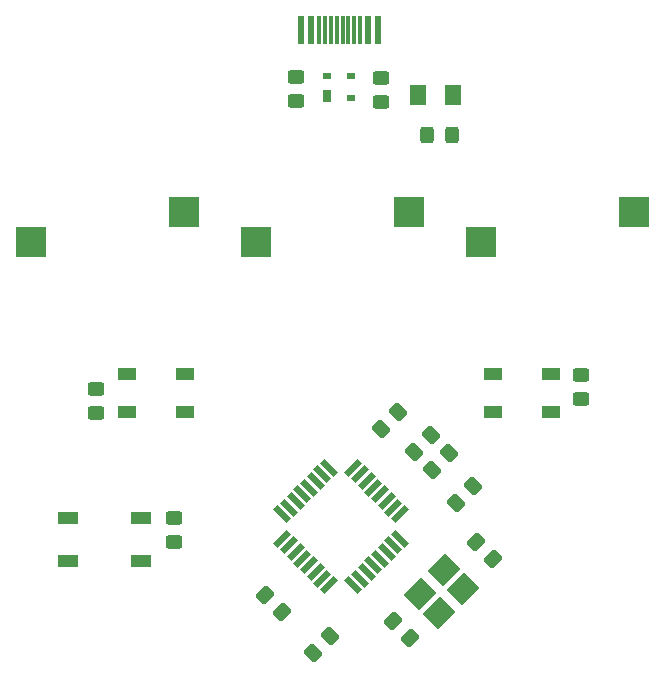
<source format=gbr>
%TF.GenerationSoftware,KiCad,Pcbnew,(6.0.5)*%
%TF.CreationDate,2022-06-21T07:34:41+08:00*%
%TF.ProjectId,unnamed-3k-v2,756e6e61-6d65-4642-9d33-6b2d76322e6b,rev?*%
%TF.SameCoordinates,Original*%
%TF.FileFunction,Paste,Bot*%
%TF.FilePolarity,Positive*%
%FSLAX46Y46*%
G04 Gerber Fmt 4.6, Leading zero omitted, Abs format (unit mm)*
G04 Created by KiCad (PCBNEW (6.0.5)) date 2022-06-21 07:34:41*
%MOMM*%
%LPD*%
G01*
G04 APERTURE LIST*
G04 Aperture macros list*
%AMRoundRect*
0 Rectangle with rounded corners*
0 $1 Rounding radius*
0 $2 $3 $4 $5 $6 $7 $8 $9 X,Y pos of 4 corners*
0 Add a 4 corners polygon primitive as box body*
4,1,4,$2,$3,$4,$5,$6,$7,$8,$9,$2,$3,0*
0 Add four circle primitives for the rounded corners*
1,1,$1+$1,$2,$3*
1,1,$1+$1,$4,$5*
1,1,$1+$1,$6,$7*
1,1,$1+$1,$8,$9*
0 Add four rect primitives between the rounded corners*
20,1,$1+$1,$2,$3,$4,$5,0*
20,1,$1+$1,$4,$5,$6,$7,0*
20,1,$1+$1,$6,$7,$8,$9,0*
20,1,$1+$1,$8,$9,$2,$3,0*%
%AMRotRect*
0 Rectangle, with rotation*
0 The origin of the aperture is its center*
0 $1 length*
0 $2 width*
0 $3 Rotation angle, in degrees counterclockwise*
0 Add horizontal line*
21,1,$1,$2,0,0,$3*%
G04 Aperture macros list end*
%ADD10R,2.550000X2.500000*%
%ADD11RoundRect,0.250000X0.088388X-0.548008X0.548008X-0.088388X-0.088388X0.548008X-0.548008X0.088388X0*%
%ADD12RoundRect,0.250000X0.325000X0.450000X-0.325000X0.450000X-0.325000X-0.450000X0.325000X-0.450000X0*%
%ADD13RoundRect,0.250000X0.450000X-0.325000X0.450000X0.325000X-0.450000X0.325000X-0.450000X-0.325000X0*%
%ADD14RoundRect,0.250000X-0.450000X0.325000X-0.450000X-0.325000X0.450000X-0.325000X0.450000X0.325000X0*%
%ADD15RoundRect,0.250000X0.548008X0.088388X0.088388X0.548008X-0.548008X-0.088388X-0.088388X-0.548008X0*%
%ADD16R,0.700000X1.000000*%
%ADD17R,0.700000X0.600000*%
%ADD18R,0.600000X2.450000*%
%ADD19R,0.300000X2.450000*%
%ADD20RotRect,1.600000X0.550000X135.000000*%
%ADD21RotRect,1.600000X0.550000X45.000000*%
%ADD22RoundRect,0.250001X0.462499X0.624999X-0.462499X0.624999X-0.462499X-0.624999X0.462499X-0.624999X0*%
%ADD23R,1.800000X1.100000*%
%ADD24R,1.500000X1.000000*%
%ADD25RotRect,2.100000X1.800000X225.000000*%
%ADD26RoundRect,0.250000X-0.548008X-0.088388X-0.088388X-0.548008X0.548008X0.088388X0.088388X0.548008X0*%
%ADD27RoundRect,0.250000X-0.088388X0.548008X-0.548008X0.088388X0.088388X-0.548008X0.548008X-0.088388X0*%
G04 APERTURE END LIST*
D10*
%TO.C,MX2*%
X86036000Y-85090000D03*
X98963000Y-82550000D03*
%TD*%
%TO.C,MX3*%
X66987000Y-85100000D03*
X79914000Y-82560000D03*
%TD*%
%TO.C,MX1*%
X105087000Y-85090000D03*
X118014000Y-82550000D03*
%TD*%
D11*
%TO.C,C1*%
X96647000Y-100965000D03*
X98096568Y-99515432D03*
%TD*%
D12*
%TO.C,C6*%
X102616000Y-76073000D03*
X100566000Y-76073000D03*
%TD*%
D13*
%TO.C,C11*%
X72517000Y-99568001D03*
X72517000Y-97518001D03*
%TD*%
D14*
%TO.C,R3*%
X79121000Y-108440001D03*
X79121000Y-110490001D03*
%TD*%
D15*
%TO.C,R4*%
X88265000Y-116459000D03*
X86815432Y-115009432D03*
%TD*%
D13*
%TO.C,R5*%
X89408000Y-73170000D03*
X89408000Y-71120000D03*
%TD*%
%TO.C,R6*%
X96647000Y-73297000D03*
X96647000Y-71247000D03*
%TD*%
D16*
%TO.C,U2*%
X92091000Y-72759000D03*
D17*
X92091000Y-71059000D03*
X94091000Y-71059000D03*
X94091000Y-72959000D03*
%TD*%
D18*
%TO.C,USB1*%
X89896000Y-67184000D03*
X90671000Y-67184000D03*
D19*
X91371000Y-67184000D03*
X91871000Y-67184000D03*
X92371000Y-67184000D03*
X92871000Y-67184000D03*
X93371000Y-67184000D03*
X93871000Y-67184000D03*
X94371000Y-67184000D03*
X94871000Y-67184000D03*
D18*
X95571000Y-67184000D03*
X96346000Y-67184000D03*
%TD*%
D20*
%TO.C,U1*%
X98237658Y-110218870D03*
X97671972Y-110784555D03*
X97106287Y-111350241D03*
X96540602Y-111915926D03*
X95974916Y-112481612D03*
X95409231Y-113047297D03*
X94843545Y-113612982D03*
X94277860Y-114178668D03*
D21*
X92227250Y-114178668D03*
X91661565Y-113612982D03*
X91095879Y-113047297D03*
X90530194Y-112481612D03*
X89964508Y-111915926D03*
X89398823Y-111350241D03*
X88833138Y-110784555D03*
X88267452Y-110218870D03*
D20*
X88267452Y-108168260D03*
X88833138Y-107602575D03*
X89398823Y-107036889D03*
X89964508Y-106471204D03*
X90530194Y-105905518D03*
X91095879Y-105339833D03*
X91661565Y-104774148D03*
X92227250Y-104208462D03*
D21*
X94277860Y-104208462D03*
X94843545Y-104774148D03*
X95409231Y-105339833D03*
X95974916Y-105905518D03*
X96540602Y-106471204D03*
X97106287Y-107036889D03*
X97671972Y-107602575D03*
X98237658Y-108168260D03*
%TD*%
D22*
%TO.C,F1*%
X102743000Y-72644000D03*
X99768000Y-72644000D03*
%TD*%
D23*
%TO.C,SW1*%
X70127000Y-112158000D03*
X76327000Y-108458000D03*
X70127000Y-108458000D03*
X76327000Y-112158000D03*
%TD*%
D11*
%TO.C,C5*%
X102944432Y-107240568D03*
X104394000Y-105791000D03*
%TD*%
D24*
%TO.C,D5*%
X106135000Y-99517000D03*
X106135000Y-96317000D03*
X111035000Y-96317000D03*
X111035000Y-99517000D03*
%TD*%
D13*
%TO.C,C10*%
X113538000Y-98425000D03*
X113538000Y-96375000D03*
%TD*%
D24*
%TO.C,D4*%
X75147000Y-99517000D03*
X75147000Y-96317000D03*
X80047000Y-96317000D03*
X80047000Y-99517000D03*
%TD*%
D25*
%TO.C,Y1*%
X103613726Y-114475645D03*
X101563116Y-116526255D03*
X99936770Y-114899909D03*
X101987380Y-112849299D03*
%TD*%
D26*
%TO.C,C3*%
X97610432Y-117168432D03*
X99060000Y-118618000D03*
%TD*%
D15*
%TO.C,C2*%
X106097568Y-111939568D03*
X104648000Y-110490000D03*
%TD*%
D27*
%TO.C,C4*%
X92329000Y-118491000D03*
X90879432Y-119940568D03*
%TD*%
D11*
%TO.C,R2*%
X99388432Y-102922568D03*
X100838000Y-101473000D03*
%TD*%
%TO.C,R1*%
X100912432Y-104446568D03*
X102362000Y-102997000D03*
%TD*%
M02*

</source>
